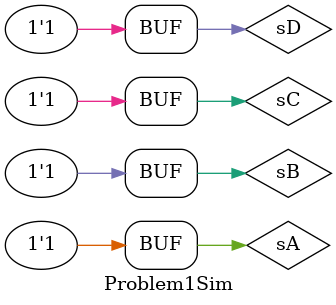
<source format=sv>
`timescale 1ns / 1ps


module Problem1Sim();
    //Creation of signals
    logic sA, sB, sC, sD, sX, sY, sZ;
    //Unit under test is Module: Problem1Schematic
    Problem1Schematic UUT ( .A(sA), .B(sB), .C(sC), .D(sD), .X(sX), .Y(sY), .Z(sZ) );
    
    initial begin
    
    sA = 0; sB = 0; sC = 0; sD = 0; #10;
    sA = 0; sB = 0; sC = 0; sD = 1; #10;
    sA = 0; sB = 0; sC = 1; sD = 0; #10;
    sA = 0; sB = 0; sC = 1; sD = 1; #10;
    sA = 0; sB = 1; sC = 0; sD = 0; #10;
    sA = 0; sB = 1; sC = 0; sD = 1; #10;
    sA = 0; sB = 1; sC = 1; sD = 0; #10;
    sA = 0; sB = 1; sC = 1; sD = 1; #10;
    sA = 1; sB = 0; sC = 0; sD = 0; #10;
    sA = 1; sB = 0; sC = 0; sD = 1; #10;
    sA = 1; sB = 0; sC = 1; sD = 0; #10;
    sA = 1; sB = 0; sC = 1; sD = 1; #10;
    sA = 1; sB = 1; sC = 0; sD = 0; #10;
    sA = 1; sB = 1; sC = 0; sD = 1; #10;
    sA = 1; sB = 1; sC = 1; sD = 0; #10;
    sA = 1; sB = 1; sC = 1; sD = 1;
    
    end
endmodule

</source>
